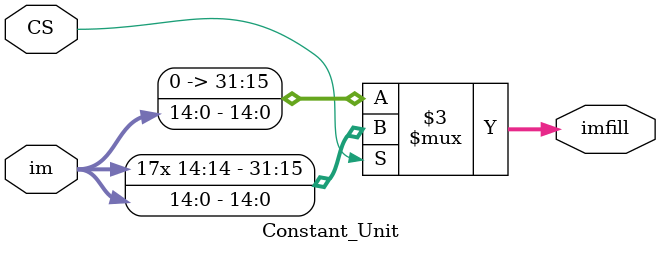
<source format=v>
`timescale 1ns / 1ps


module Constant_Unit(
    input CS,
    input [14:0] im,
    output reg [31:0] imfill
    );
    
    always @ (*) begin
        if (CS) begin
            imfill = {{17{im[14]}}, im}; // sign extension
        end
        else begin
            imfill = {17'b0, im};        // zero extension
        end
    end
endmodule

</source>
